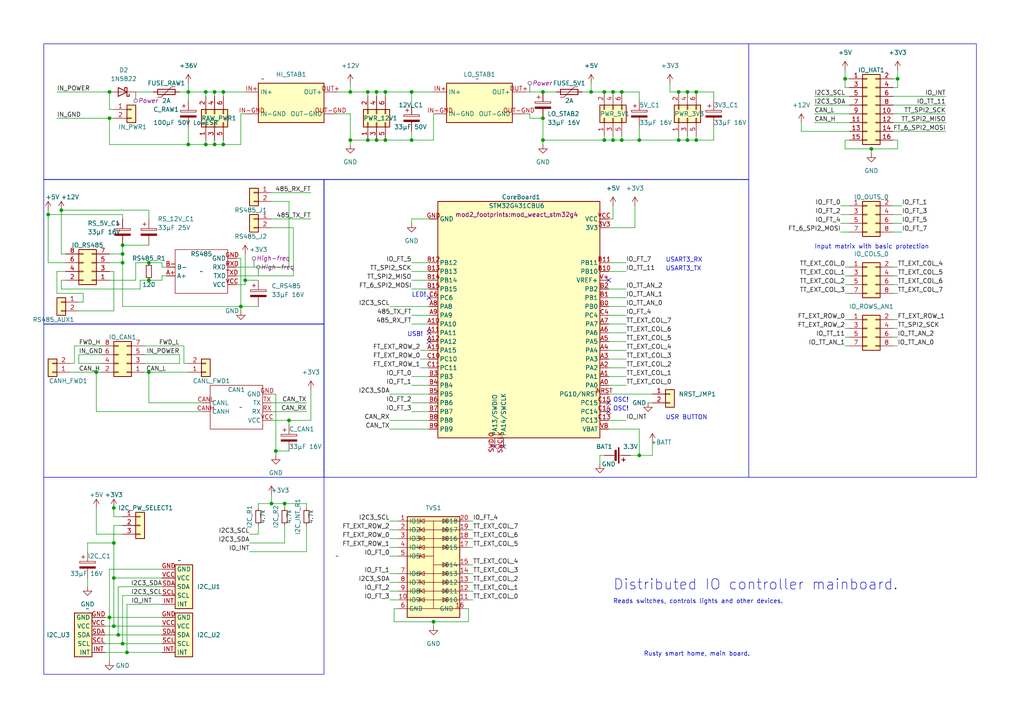
<source format=kicad_sch>
(kicad_sch (version 20230121) (generator eeschema)
  (paper "A4")
  (junction (at 78.74 146.05))
  (junction (at 83.82 121.92))
  (junction (at 245.11 22.86))
  (junction (at 177.8 40.64))
  (junction (at 33.02 157.48))
  (junction (at 34.29 184.15))
  (junction (at 33.02 147.32))
  (junction (at 199.39 26.67))
  (junction (at 201.93 40.64))
  (junction (at 180.34 26.67))
  (junction (at 43.18 76.2))
  (junction (at 17.78 60.96))
  (junction (at 35.56 76.2))
  (junction (at 80.01 130.81))
  (junction (at 119.38 40.64))
  (junction (at 43.18 107.95))
  (junction (at 252.73 43.18))
  (junction (at 157.48 34.29))
  (junction (at 59.69 41.91))
  (junction (at 33.02 181.61))
  (junction (at 35.56 71.12))
  (junction (at 111.76 40.64))
  (junction (at 175.26 26.67))
  (junction (at 171.45 26.67))
  (junction (at 199.39 40.64))
  (junction (at 109.22 26.67))
  (junction (at 36.83 189.23))
  (junction (at 196.85 40.64))
  (junction (at 35.56 73.66))
  (junction (at 64.77 26.67))
  (junction (at 111.76 26.67))
  (junction (at 13.97 62.23))
  (junction (at 125.73 180.34))
  (junction (at 175.26 40.64))
  (junction (at 54.61 26.67))
  (junction (at 106.68 26.67))
  (junction (at 27.94 107.95))
  (junction (at 177.8 26.67))
  (junction (at 101.6 26.67))
  (junction (at 71.12 81.28))
  (junction (at 82.55 146.05))
  (junction (at 157.48 40.64))
  (junction (at 69.85 88.9))
  (junction (at 31.75 34.29))
  (junction (at 106.68 40.64))
  (junction (at 196.85 26.67))
  (junction (at 157.48 26.67))
  (junction (at 31.75 179.07))
  (junction (at 180.34 40.64))
  (junction (at 43.18 81.28))
  (junction (at 260.35 22.86))
  (junction (at 185.42 132.08))
  (junction (at 101.6 40.64))
  (junction (at 54.61 41.91))
  (junction (at 31.75 26.67))
  (junction (at 185.42 40.64))
  (junction (at 64.77 41.91))
  (junction (at 59.69 26.67))
  (junction (at 109.22 40.64))
  (junction (at 201.93 26.67))
  (junction (at 33.02 167.64))
  (junction (at 62.23 41.91))
  (junction (at 62.23 26.67))
  (junction (at 35.56 186.69))
  (junction (at 119.38 26.67))
  (no_connect (at 176.53 116.84))
  (no_connect (at 124.46 86.36))
  (no_connect (at 143.51 129.54))
  (no_connect (at 176.53 119.38))
  (no_connect (at 124.46 96.52))
  (no_connect (at 124.46 99.06))
  (no_connect (at 146.05 129.54))
  (no_connect (at 176.53 81.28))
  (wire (pts (xy 259.08 40.64) (xy 260.35 40.64)))
  (wire (pts (xy 245.11 100.33) (xy 246.38 100.33)))
  (wire (pts (xy 176.53 93.98) (xy 181.61 93.98)))
  (wire (pts (xy 260.35 22.86) (xy 259.08 22.86)))
  (wire (pts (xy 17.78 60.96) (xy 17.78 73.66)))
  (wire (pts (xy 13.97 60.96) (xy 13.97 62.23)))
  (wire (pts (xy 113.03 171.45) (xy 115.57 171.45)))
  (wire (pts (xy 22.86 102.87) (xy 29.21 102.87)))
  (wire (pts (xy 259.08 100.33) (xy 260.35 100.33)))
  (wire (pts (xy 259.08 35.56) (xy 274.32 35.56)))
  (wire (pts (xy 54.61 26.67) (xy 59.69 26.67)))
  (wire (pts (xy 16.51 34.29) (xy 31.75 34.29)))
  (wire (pts (xy 35.56 152.4) (xy 33.02 152.4)))
  (wire (pts (xy 199.39 40.64) (xy 199.39 39.37)))
  (wire (pts (xy 182.88 132.08) (xy 185.42 132.08)))
  (wire (pts (xy 176.53 104.14) (xy 181.61 104.14)))
  (wire (pts (xy 157.48 41.91) (xy 157.48 40.64)))
  (wire (pts (xy 39.37 76.2) (xy 43.18 76.2)))
  (wire (pts (xy 119.38 30.48) (xy 119.38 26.67)))
  (wire (pts (xy 137.16 168.91) (xy 135.89 168.91)))
  (wire (pts (xy 113.03 114.3) (xy 124.46 114.3)))
  (wire (pts (xy 80.01 114.3) (xy 80.01 130.81)))
  (wire (pts (xy 80.01 130.81) (xy 83.82 130.81)))
  (wire (pts (xy 35.56 88.9) (xy 69.85 88.9)))
  (wire (pts (xy 33.02 34.29) (xy 31.75 34.29)))
  (wire (pts (xy 184.15 59.69) (xy 184.15 66.04)))
  (wire (pts (xy 113.03 153.67) (xy 115.57 153.67)))
  (wire (pts (xy 27.94 147.32) (xy 27.94 154.94)))
  (wire (pts (xy 17.78 83.82) (xy 17.78 81.28)))
  (wire (pts (xy 245.11 20.32) (xy 245.11 22.86)))
  (wire (pts (xy 54.61 105.41) (xy 53.34 105.41)))
  (wire (pts (xy 40.64 81.28) (xy 43.18 81.28)))
  (wire (pts (xy 260.35 43.18) (xy 252.73 43.18)))
  (wire (pts (xy 88.9 152.4) (xy 88.9 160.02)))
  (wire (pts (xy 13.97 62.23) (xy 35.56 62.23)))
  (wire (pts (xy 232.41 38.1) (xy 246.38 38.1)))
  (wire (pts (xy 27.94 119.38) (xy 58.42 119.38)))
  (wire (pts (xy 119.38 26.67) (xy 111.76 26.67)))
  (wire (pts (xy 125.73 33.02) (xy 125.73 40.64)))
  (wire (pts (xy 176.53 83.82) (xy 181.61 83.82)))
  (wire (pts (xy 78.74 66.04) (xy 85.09 66.04)))
  (wire (pts (xy 109.22 40.64) (xy 111.76 40.64)))
  (wire (pts (xy 176.53 99.06) (xy 181.61 99.06)))
  (wire (pts (xy 54.61 26.67) (xy 54.61 29.21)))
  (wire (pts (xy 246.38 40.64) (xy 245.11 40.64)))
  (wire (pts (xy 31.75 165.1) (xy 31.75 179.07)))
  (wire (pts (xy 176.53 111.76) (xy 181.61 111.76)))
  (wire (pts (xy 69.85 74.93) (xy 69.85 88.9)))
  (wire (pts (xy 246.38 77.47) (xy 245.11 77.47)))
  (wire (pts (xy 180.34 26.67) (xy 185.42 26.67)))
  (wire (pts (xy 62.23 40.64) (xy 62.23 41.91)))
  (wire (pts (xy 40.64 83.82) (xy 17.78 83.82)))
  (wire (pts (xy 259.08 64.77) (xy 261.62 64.77)))
  (wire (pts (xy 185.42 40.64) (xy 185.42 36.83)))
  (wire (pts (xy 43.18 81.28) (xy 46.99 81.28)))
  (wire (pts (xy 31.75 179.07) (xy 46.99 179.07)))
  (wire (pts (xy 177.8 63.5) (xy 176.53 63.5)))
  (wire (pts (xy 260.35 40.64) (xy 260.35 43.18)))
  (wire (pts (xy 157.48 40.64) (xy 157.48 34.29)))
  (wire (pts (xy 82.55 146.05) (xy 78.74 146.05)))
  (wire (pts (xy 113.03 151.13) (xy 115.57 151.13)))
  (wire (pts (xy 78.74 119.38) (xy 88.9 119.38)))
  (wire (pts (xy 236.22 27.94) (xy 246.38 27.94)))
  (wire (pts (xy 245.11 43.18) (xy 252.73 43.18)))
  (wire (pts (xy 176.53 91.44) (xy 181.61 91.44)))
  (wire (pts (xy 59.69 40.64) (xy 59.69 41.91)))
  (wire (pts (xy 201.93 40.64) (xy 201.93 39.37)))
  (wire (pts (xy 69.85 88.9) (xy 74.93 88.9)))
  (wire (pts (xy 189.23 132.08) (xy 189.23 128.27)))
  (wire (pts (xy 54.61 36.83) (xy 54.61 41.91)))
  (wire (pts (xy 33.02 167.64) (xy 46.99 167.64)))
  (wire (pts (xy 33.02 147.32) (xy 33.02 149.86)))
  (wire (pts (xy 21.59 105.41) (xy 20.32 105.41)))
  (wire (pts (xy 176.53 101.6) (xy 181.61 101.6)))
  (wire (pts (xy 246.38 25.4) (xy 245.11 25.4)))
  (wire (pts (xy 62.23 41.91) (xy 59.69 41.91)))
  (wire (pts (xy 176.53 114.3) (xy 189.23 114.3)))
  (wire (pts (xy 78.74 55.88) (xy 90.17 55.88)))
  (wire (pts (xy 82.55 157.48) (xy 72.39 157.48)))
  (wire (pts (xy 31.75 26.67) (xy 31.75 31.75)))
  (wire (pts (xy 30.48 184.15) (xy 34.29 184.15)))
  (wire (pts (xy 78.74 121.92) (xy 83.82 121.92)))
  (wire (pts (xy 19.05 78.74) (xy 16.51 78.74)))
  (wire (pts (xy 74.93 147.32) (xy 74.93 146.05)))
  (wire (pts (xy 101.6 26.67) (xy 106.68 26.67)))
  (wire (pts (xy 35.56 71.12) (xy 43.18 71.12)))
  (wire (pts (xy 137.16 163.83) (xy 135.89 163.83)))
  (wire (pts (xy 53.34 100.33) (xy 53.34 105.41)))
  (wire (pts (xy 72.39 160.02) (xy 88.9 160.02)))
  (wire (pts (xy 83.82 121.92) (xy 83.82 123.19)))
  (wire (pts (xy 194.31 24.13) (xy 194.31 26.67)))
  (wire (pts (xy 177.8 26.67) (xy 180.34 26.67)))
  (wire (pts (xy 83.82 121.92) (xy 90.17 121.92)))
  (wire (pts (xy 114.3 180.34) (xy 125.73 180.34)))
  (wire (pts (xy 135.89 153.67) (xy 137.16 153.67)))
  (wire (pts (xy 30.48 186.69) (xy 35.56 186.69)))
  (wire (pts (xy 74.93 146.05) (xy 78.74 146.05)))
  (wire (pts (xy 236.22 35.56) (xy 246.38 35.56)))
  (wire (pts (xy 113.03 173.99) (xy 115.57 173.99)))
  (wire (pts (xy 46.99 81.28) (xy 46.99 80.01)))
  (wire (pts (xy 259.08 82.55) (xy 260.35 82.55)))
  (wire (pts (xy 31.75 179.07) (xy 31.75 191.77)))
  (wire (pts (xy 82.55 152.4) (xy 82.55 157.48)))
  (wire (pts (xy 59.69 26.67) (xy 59.69 27.94)))
  (wire (pts (xy 119.38 63.5) (xy 119.38 64.77)))
  (wire (pts (xy 24.13 85.09) (xy 24.13 87.63)))
  (wire (pts (xy 21.59 100.33) (xy 29.21 100.33)))
  (wire (pts (xy 185.42 132.08) (xy 189.23 132.08)))
  (wire (pts (xy 153.67 34.29) (xy 153.67 33.02)))
  (wire (pts (xy 184.15 66.04) (xy 176.53 66.04)))
  (wire (pts (xy 17.78 81.28) (xy 19.05 81.28)))
  (wire (pts (xy 259.08 85.09) (xy 260.35 85.09)))
  (wire (pts (xy 245.11 92.71) (xy 246.38 92.71)))
  (wire (pts (xy 97.79 26.67) (xy 101.6 26.67)))
  (wire (pts (xy 35.56 73.66) (xy 35.56 76.2)))
  (wire (pts (xy 121.92 104.14) (xy 124.46 104.14)))
  (wire (pts (xy 137.16 173.99) (xy 135.89 173.99)))
  (wire (pts (xy 31.75 73.66) (xy 35.56 73.66)))
  (wire (pts (xy 245.11 25.4) (xy 245.11 22.86)))
  (wire (pts (xy 207.01 40.64) (xy 207.01 36.83)))
  (wire (pts (xy 119.38 40.64) (xy 125.73 40.64)))
  (wire (pts (xy 39.37 26.67) (xy 44.45 26.67)))
  (wire (pts (xy 243.84 67.31) (xy 246.38 67.31)))
  (wire (pts (xy 260.35 22.86) (xy 260.35 20.32)))
  (wire (pts (xy 119.38 76.2) (xy 124.46 76.2)))
  (wire (pts (xy 177.8 40.64) (xy 177.8 39.37)))
  (wire (pts (xy 259.08 33.02) (xy 274.32 33.02)))
  (wire (pts (xy 113.03 124.46) (xy 124.46 124.46)))
  (wire (pts (xy 36.83 175.26) (xy 46.99 175.26)))
  (wire (pts (xy 78.74 63.5) (xy 90.17 63.5)))
  (wire (pts (xy 33.02 78.74) (xy 33.02 90.17)))
  (wire (pts (xy 52.07 102.87) (xy 41.91 102.87)))
  (wire (pts (xy 43.18 107.95) (xy 54.61 107.95)))
  (wire (pts (xy 245.11 97.79) (xy 246.38 97.79)))
  (wire (pts (xy 259.08 38.1) (xy 274.32 38.1)))
  (wire (pts (xy 16.51 26.67) (xy 31.75 26.67)))
  (wire (pts (xy 53.34 100.33) (xy 41.91 100.33)))
  (wire (pts (xy 35.56 71.12) (xy 35.56 73.66)))
  (wire (pts (xy 46.99 165.1) (xy 31.75 165.1)))
  (wire (pts (xy 119.38 109.22) (xy 124.46 109.22)))
  (wire (pts (xy 115.57 176.53) (xy 114.3 176.53)))
  (wire (pts (xy 243.84 59.69) (xy 246.38 59.69)))
  (wire (pts (xy 176.53 121.92) (xy 181.61 121.92)))
  (wire (pts (xy 31.75 81.28) (xy 39.37 81.28)))
  (wire (pts (xy 113.03 161.29) (xy 115.57 161.29)))
  (wire (pts (xy 119.38 83.82) (xy 124.46 83.82)))
  (wire (pts (xy 152.4 33.02) (xy 153.67 33.02)))
  (wire (pts (xy 113.03 168.91) (xy 115.57 168.91)))
  (wire (pts (xy 78.74 143.51) (xy 78.74 146.05)))
  (wire (pts (xy 168.91 26.67) (xy 171.45 26.67)))
  (wire (pts (xy 259.08 25.4) (xy 260.35 25.4)))
  (wire (pts (xy 189.23 116.84) (xy 187.96 116.84)))
  (wire (pts (xy 175.26 40.64) (xy 175.26 39.37)))
  (wire (pts (xy 177.8 40.64) (xy 180.34 40.64)))
  (wire (pts (xy 259.08 30.48) (xy 274.32 30.48)))
  (wire (pts (xy 125.73 181.61) (xy 125.73 180.34)))
  (wire (pts (xy 124.46 63.5) (xy 119.38 63.5)))
  (wire (pts (xy 68.58 74.93) (xy 69.85 74.93)))
  (wire (pts (xy 64.77 41.91) (xy 69.85 41.91)))
  (wire (pts (xy 46.99 77.47) (xy 46.99 76.2)))
  (wire (pts (xy 106.68 26.67) (xy 106.68 27.94)))
  (wire (pts (xy 135.89 180.34) (xy 135.89 176.53)))
  (wire (pts (xy 71.12 33.02) (xy 69.85 33.02)))
  (wire (pts (xy 259.08 59.69) (xy 261.62 59.69)))
  (wire (pts (xy 30.48 179.07) (xy 31.75 179.07)))
  (wire (pts (xy 199.39 40.64) (xy 201.93 40.64)))
  (wire (pts (xy 175.26 40.64) (xy 177.8 40.64)))
  (wire (pts (xy 114.3 176.53) (xy 114.3 180.34)))
  (wire (pts (xy 246.38 82.55) (xy 245.11 82.55)))
  (wire (pts (xy 196.85 26.67) (xy 199.39 26.67)))
  (wire (pts (xy 175.26 26.67) (xy 177.8 26.67)))
  (wire (pts (xy 106.68 40.64) (xy 109.22 40.64)))
  (wire (pts (xy 236.22 30.48) (xy 246.38 30.48)))
  (wire (pts (xy 245.11 40.64) (xy 245.11 43.18)))
  (wire (pts (xy 20.32 107.95) (xy 27.94 107.95)))
  (wire (pts (xy 113.03 88.9) (xy 124.46 88.9)))
  (wire (pts (xy 171.45 26.67) (xy 171.45 24.13)))
  (wire (pts (xy 121.92 101.6) (xy 124.46 101.6)))
  (wire (pts (xy 16.51 78.74) (xy 16.51 85.09)))
  (wire (pts (xy 62.23 26.67) (xy 64.77 26.67)))
  (wire (pts (xy 177.8 59.69) (xy 177.8 63.5)))
  (wire (pts (xy 119.38 116.84) (xy 124.46 116.84)))
  (wire (pts (xy 54.61 24.13) (xy 54.61 26.67)))
  (wire (pts (xy 64.77 26.67) (xy 71.12 26.67)))
  (wire (pts (xy 59.69 26.67) (xy 62.23 26.67)))
  (wire (pts (xy 109.22 27.94) (xy 109.22 26.67)))
  (wire (pts (xy 43.18 116.84) (xy 58.42 116.84)))
  (wire (pts (xy 54.61 41.91) (xy 59.69 41.91)))
  (wire (pts (xy 201.93 40.64) (xy 207.01 40.64)))
  (wire (pts (xy 113.03 156.21) (xy 115.57 156.21)))
  (wire (pts (xy 27.94 107.95) (xy 27.94 119.38)))
  (wire (pts (xy 207.01 26.67) (xy 207.01 29.21)))
  (wire (pts (xy 30.48 189.23) (xy 36.83 189.23)))
  (wire (pts (xy 176.53 76.2) (xy 181.61 76.2)))
  (wire (pts (xy 43.18 107.95) (xy 41.91 107.95)))
  (wire (pts (xy 71.12 82.55) (xy 71.12 81.28)))
  (wire (pts (xy 157.48 26.67) (xy 161.29 26.67)))
  (wire (pts (xy 52.07 105.41) (xy 52.07 102.87)))
  (wire (pts (xy 245.11 95.25) (xy 246.38 95.25)))
  (wire (pts (xy 252.73 43.18) (xy 252.73 44.45)))
  (wire (pts (xy 101.6 33.02) (xy 101.6 40.64)))
  (wire (pts (xy 17.78 73.66) (xy 19.05 73.66)))
  (wire (pts (xy 25.4 157.48) (xy 25.4 160.02)))
  (wire (pts (xy 173.99 132.08) (xy 173.99 134.62)))
  (wire (pts (xy 27.94 154.94) (xy 35.56 154.94)))
  (wire (pts (xy 135.89 176.53) (xy 134.62 176.53)))
  (wire (pts (xy 33.02 149.86) (xy 35.56 149.86)))
  (wire (pts (xy 21.59 105.41) (xy 21.59 100.33)))
  (wire (pts (xy 201.93 26.67) (xy 207.01 26.67)))
  (wire (pts (xy 43.18 116.84) (xy 43.18 107.95)))
  (wire (pts (xy 152.4 26.67) (xy 157.48 26.67)))
  (wire (pts (xy 35.56 172.72) (xy 46.99 172.72)))
  (wire (pts (xy 31.75 78.74) (xy 33.02 78.74)))
  (wire (pts (xy 232.41 35.56) (xy 232.41 38.1)))
  (wire (pts (xy 176.53 86.36) (xy 181.61 86.36)))
  (wire (pts (xy 13.97 76.2) (xy 19.05 76.2)))
  (wire (pts (xy 236.22 33.02) (xy 246.38 33.02)))
  (wire (pts (xy 39.37 81.28) (xy 39.37 76.2)))
  (wire (pts (xy 31.75 41.91) (xy 54.61 41.91)))
  (wire (pts (xy 34.29 170.18) (xy 34.29 184.15)))
  (wire (pts (xy 157.48 40.64) (xy 175.26 40.64)))
  (wire (pts (xy 260.35 25.4) (xy 260.35 22.86)))
  (wire (pts (xy 180.34 40.64) (xy 180.34 39.37)))
  (wire (pts (xy 196.85 40.64) (xy 199.39 40.64)))
  (wire (pts (xy 35.56 186.69) (xy 46.99 186.69)))
  (wire (pts (xy 25.4 170.18) (xy 25.4 167.64)))
  (wire (pts (xy 52.07 26.67) (xy 54.61 26.67)))
  (wire (pts (xy 101.6 24.13) (xy 101.6 26.67)))
  (wire (pts (xy 22.86 105.41) (xy 22.86 102.87)))
  (wire (pts (xy 194.31 26.67) (xy 196.85 26.67)))
  (wire (pts (xy 135.89 156.21) (xy 137.16 156.21)))
  (wire (pts (xy 74.93 154.94) (xy 74.93 152.4)))
  (wire (pts (xy 64.77 26.67) (xy 64.77 27.94)))
  (wire (pts (xy 113.03 166.37) (xy 115.57 166.37)))
  (wire (pts (xy 13.97 62.23) (xy 13.97 76.2)))
  (wire (pts (xy 30.48 181.61) (xy 33.02 181.61)))
  (wire (pts (xy 68.58 80.01) (xy 85.09 80.01)))
  (wire (pts (xy 196.85 40.64) (xy 196.85 39.37)))
  (wire (pts (xy 88.9 147.32) (xy 88.9 146.05)))
  (wire (pts (xy 119.38 78.74) (xy 124.46 78.74)))
  (wire (pts (xy 82.55 147.32) (xy 82.55 146.05)))
  (wire (pts (xy 43.18 76.2) (xy 46.99 76.2)))
  (wire (pts (xy 176.53 88.9) (xy 181.61 88.9)))
  (wire (pts (xy 199.39 26.67) (xy 201.93 26.67)))
  (wire (pts (xy 31.75 34.29) (xy 31.75 41.91)))
  (wire (pts (xy 176.53 106.68) (xy 181.61 106.68)))
  (wire (pts (xy 33.02 181.61) (xy 46.99 181.61)))
  (wire (pts (xy 119.38 26.67) (xy 125.73 26.67)))
  (wire (pts (xy 90.17 113.03) (xy 90.17 121.92)))
  (wire (pts (xy 78.74 114.3) (xy 80.01 114.3)))
  (wire (pts (xy 185.42 124.46) (xy 185.42 132.08)))
  (wire (pts (xy 34.29 170.18) (xy 46.99 170.18)))
  (wire (pts (xy 35.56 76.2) (xy 35.56 88.9)))
  (wire (pts (xy 71.12 81.28) (xy 71.12 73.66)))
  (wire (pts (xy 137.16 166.37) (xy 135.89 166.37)))
  (wire (pts (xy 243.84 64.77) (xy 246.38 64.77)))
  (wire (pts (xy 29.21 105.41) (xy 22.86 105.41)))
  (wire (pts (xy 22.86 90.17) (xy 33.02 90.17)))
  (wire (pts (xy 64.77 41.91) (xy 62.23 41.91)))
  (wire (pts (xy 16.51 85.09) (xy 24.13 85.09)))
  (wire (pts (xy 62.23 26.67) (xy 62.23 27.94)))
  (wire (pts (xy 33.02 152.4) (xy 33.02 157.48)))
  (wire (pts (xy 119.38 93.98) (xy 124.46 93.98)))
  (wire (pts (xy 243.84 62.23) (xy 246.38 62.23)))
  (wire (pts (xy 175.26 132.08) (xy 173.99 132.08)))
  (wire (pts (xy 119.38 119.38) (xy 124.46 119.38)))
  (wire (pts (xy 43.18 63.5) (xy 43.18 60.96)))
  (wire (pts (xy 111.76 27.94) (xy 111.76 26.67)))
  (wire (pts (xy 109.22 26.67) (xy 106.68 26.67)))
  (wire (pts (xy 36.83 189.23) (xy 46.99 189.23)))
  (wire (pts (xy 69.85 33.02) (xy 69.85 41.91)))
  (wire (pts (xy 259.08 80.01) (xy 260.35 80.01)))
  (wire (pts (xy 25.4 157.48) (xy 33.02 157.48)))
  (wire (pts (xy 259.08 77.47) (xy 260.35 77.47)))
  (wire (pts (xy 101.6 41.91) (xy 101.6 40.64)))
  (wire (pts (xy 176.53 124.46) (xy 185.42 124.46)))
  (wire (pts (xy 111.76 40.64) (xy 119.38 40.64)))
  (wire (pts (xy 113.03 158.75) (xy 115.57 158.75)))
  (wire (pts (xy 259.08 92.71) (xy 260.35 92.71)))
  (wire (pts (xy 259.08 27.94) (xy 274.32 27.94)))
  (wire (pts (xy 31.75 31.75) (xy 33.02 31.75)))
  (wire (pts (xy 245.11 22.86) (xy 246.38 22.86)))
  (wire (pts (xy 113.03 121.92) (xy 124.46 121.92)))
  (wire (pts (xy 135.89 158.75) (xy 137.16 158.75)))
  (wire (pts (xy 246.38 85.09) (xy 245.11 85.09)))
  (wire (pts (xy 33.02 157.48) (xy 33.02 167.64)))
  (wire (pts (xy 36.83 189.23) (xy 36.83 175.26)))
  (wire (pts (xy 119.38 91.44) (xy 124.46 91.44)))
  (wire (pts (xy 33.02 146.05) (xy 33.02 147.32)))
  (wire (pts (xy 80.01 130.81) (xy 80.01 132.08)))
  (wire (pts (xy 33.02 167.64) (xy 33.02 181.61)))
  (wire (pts (xy 35.56 63.5) (xy 35.56 62.23)))
  (wire (pts (xy 109.22 26.67) (xy 111.76 26.67)))
  (wire (pts (xy 259.08 62.23) (xy 261.62 62.23)))
  (wire (pts (xy 119.38 111.76) (xy 124.46 111.76)))
  (wire (pts (xy 176.53 96.52) (xy 181.61 96.52)))
  (wire (pts (xy 137.16 171.45) (xy 135.89 171.45)))
  (wire (pts (xy 41.91 105.41) (xy 52.07 105.41)))
  (wire (pts (xy 171.45 26.67) (xy 175.26 26.67)))
  (wire (pts (xy 101.6 40.64) (xy 106.68 40.64)))
  (wire (pts (xy 69.85 88.9) (xy 69.85 90.17)))
  (wire (pts (xy 35.56 172.72) (xy 35.56 186.69)))
  (wire (pts (xy 24.13 87.63) (xy 22.86 87.63)))
  (wire (pts (xy 85.09 66.04) (xy 85.09 80.01)))
  (wire (pts (xy 68.58 82.55) (xy 71.12 82.55)))
  (wire (pts (xy 64.77 40.64) (xy 64.77 41.91)))
  (wire (pts (xy 259.08 95.25) (xy 260.35 95.25)))
  (wire (pts (xy 135.89 151.13) (xy 137.16 151.13)))
  (wire (pts (xy 259.08 97.79) (xy 260.35 97.79)))
  (wire (pts (xy 180.34 40.64) (xy 185.42 40.64)))
  (wire (pts (xy 97.79 33.02) (xy 101.6 33.02)))
  (wire (pts (xy 176.53 78.74) (xy 181.61 78.74)))
  (wire (pts (xy 121.92 106.68) (xy 124.46 106.68)))
  (wire (pts (xy 261.62 67.31) (xy 259.08 67.31)))
  (wire (pts (xy 46.99 80.01) (xy 48.26 80.01)))
  (wire (pts (xy 82.55 146.05) (xy 88.9 146.05)))
  (wire (pts (xy 27.94 107.95) (xy 29.21 107.95)))
  (wire (pts (xy 43.18 60.96) (xy 17.78 60.96)))
  (wire (pts (xy 74.93 154.94) (xy 72.39 154.94)))
  (wire (pts (xy 40.64 81.28) (xy 40.64 83.82)))
  (wire (pts (xy 185.42 26.67) (xy 185.42 29.21)))
  (wire (pts (xy 176.53 109.22) (xy 181.61 109.22)))
  (wire (pts (xy 78.74 58.42) (xy 83.82 58.42)))
  (wire (pts (xy 34.29 184.15) (xy 46.99 184.15)))
  (wire (pts (xy 157.48 34.29) (xy 153.67 34.29)))
  (wire (pts (xy 71.12 81.28) (xy 74.93 81.28)))
  (wire (pts (xy 83.82 58.42) (xy 83.82 77.47)))
  (wire (pts (xy 78.74 116.84) (xy 88.9 116.84)))
  (wire (pts (xy 185.42 40.64) (xy 196.85 40.64)))
  (wire (pts (xy 125.73 180.34) (xy 135.89 180.34)))
  (wire (pts (xy 68.58 77.47) (xy 83.82 77.47)))
  (wire (pts (xy 48.26 77.47) (xy 46.99 77.47)))
  (wire (pts (xy 31.75 76.2) (xy 35.56 76.2)))
  (wire (pts (xy 119.38 81.28) (xy 124.46 81.28)))
  (wire (pts (xy 246.38 80.01) (xy 245.11 80.01)))
  (wire (pts (xy 119.38 38.1) (xy 119.38 40.64)))
  (rectangle (start 12.7 52.07) (end 93.98 93.98))
  (rectangle (start 12.7 93.98) (end 93.98 138.43))
  (rectangle (start 93.98 52.07) (end 217.17 138.43))
  (rectangle (start 217.17 12.7) (end 283.21 138.43))
  (rectangle (start 12.7 138.43) (end 93.98 195.58))
  (rectangle (start 12.7 12.7) (end 217.17 52.07))
  (text "USR BUTTON" (at 193.04 121.92 0) (effects (font (size 1.27 1.27)) (justify left bottom)))
  (text "Rusty smart home, main board." (at 186.69 190.5 0) (effects (font (size 1.27 1.27)) (justify left bottom)))
  (text "LED!" (at 119.38 86.36 0) (effects (font (size 1.27 1.27)) (justify left bottom)))
  (text "- CAN / RS485 cables on board suggest pair-by-pair setting. Not T-568B\n- Board could be powered by USB (weact board has a vbus->vcc diode). \n  Also connecting USB while board is powered externally should not break anything.\n- Keep empty space over the screws to allow for a HAT or another layer.\n  50x100 fits the SSR relay board too.\n- CAN Forwarding jumpers allow to construct a linear bus in situations where \n  there's otherwise a big stub." (at -97.79 44.45 0) (effects (font (size 1.27 1.27)) (justify left bottom)))
  (text "Reads switches, controls lights and other devices." (at 177.8 175.26 0) (effects (font (size 1.27 1.27)) (justify left bottom)))
  (text "USB!" (at 118.11 97.79 0) (effects (font (size 1.27 1.27)) (justify left bottom)))
  (text "Power considerations:\n- 2A/5V waveshare -> 10W probably less.\n- relay array from ali: SRD-12VDC-SL-C x 8; 30mA single -> 0.24A @ 12V -> 2.88W\n- Rest of board: 0.5A @ 5V more less -> 2.5W\n- 10W control + 5W board & losses -> 15W\n- 15W -> 0.5A @30V, 0.65A @24V, 1.25A @12V, 3A @5V\n- 30m cable (top), cat6 24 awg, 84ohms/km -> 2.52 ohms -> 5.1 ohms for both cables.\n- Voltage drop = 2.55V @30V, 3.32V @24V, 6.37V @12V, 15V @5V... " (at -97.79 64.77 0) (effects (font (size 1.27 1.27)) (justify left bottom)))
  (text "OSC!" (at 177.8 116.84 0) (effects (font (size 1.27 1.27)) (justify left bottom)))
  (text "OSC!" (at 177.8 119.38 0) (effects (font (size 1.27 1.27)) (justify left bottom)))
  (text "Distributed IO controller mainboard." (at 177.8 171.45 0) (effects (font (size 3 3)) (justify left bottom)))
  (text "Design notes:\n- Internal pull-ups/downs are around 40kOhm which can get noisy on a long line.\n- FT - 5V-Tolerant; TT - 3.3V-tolerant." (at -97.79 74.93 0) (effects (font (size 1.27 1.27)) (justify left bottom)))
  (text "Input matrix with basic protection" (at 236.22 72.39 0) (effects (font (size 1.27 1.27)) (justify left bottom)))
  (text "USART3_RX" (at 193.04 76.2 0) (effects (font (size 1.27 1.27)) (justify left bottom)))
  (text "USART3_TX" (at 193.04 78.74 0) (effects (font (size 1.27 1.27)) (justify left bottom)))
  (label "IN_POWER" (at 16.51 26.67 0))
  (label "TT_EXT_COL_3" (at 245.11 85.09 180))
  (label "TT_SPI2_MISO" (at 274.32 35.56 180))
  (label "I2C3_SDA" (at 236.22 30.48 0))
  (label "TT_EXT_COL_6" (at 260.35 82.55 0))
  (label "IO_TT_AN_2" (at 260.35 97.79 0))
  (label "FT_EXT_ROW_0" (at 121.92 104.14 180))
  (label "FT_EXT_ROW_1" (at 121.92 106.68 180))
  (label "TT_EXT_COL_5" (at 260.35 80.01 0))
  (label "IO_TT_AN_0" (at 181.61 88.9 0))
  (label "TT_EXT_COL_2" (at 245.11 82.55 180))
  (label "TT_SPI2_SCK" (at 260.35 95.25 0))
  (label "TT_EXT_COL_5" (at 137.16 158.75 0))
  (label "FT_6_SPI2_MOSI" (at 119.38 83.82 180))
  (label "485_TX_FT" (at 119.38 91.44 180))
  (label "IO_TT_11" (at 274.32 30.48 180))
  (label "TT_EXT_COL_1" (at 245.11 80.01 180))
  (label "FT_EXT_ROW_1" (at 260.35 92.71 0))
  (label "TT_EXT_COL_2" (at 137.16 168.91 0))
  (label "IO_FT_5" (at 119.38 76.2 180))
  (label "IO_FT_0" (at 119.38 109.22 180))
  (label "TT_SPI2_SCK" (at 119.38 78.74 180))
  (label "TT_EXT_COL_4" (at 260.35 77.47 0))
  (label "FT_EXT_ROW_0" (at 113.03 156.21 180))
  (label "CAN_TX" (at 88.9 116.84 180))
  (label "IO_INT" (at 274.32 27.94 180))
  (label "FWD_H" (at 22.86 100.33 0))
  (label "CAN_H" (at 22.86 107.95 0))
  (label "IO_FT_1" (at 261.62 59.69 0))
  (label "FWD_L" (at 52.07 100.33 180))
  (label "IO_FT_7" (at 261.62 67.31 0))
  (label "IO_FT_3" (at 261.62 62.23 0))
  (label "IO_TT_AN_1" (at 245.11 100.33 180))
  (label "IO_FT_1" (at 113.03 166.37 180))
  (label "IO_FT_7" (at 181.61 76.2 0))
  (label "TT_EXT_COL_4" (at 137.16 163.83 0))
  (label "FT_EXT_ROW_0" (at 245.11 92.71 180))
  (label "TT_EXT_COL_1" (at 137.16 171.45 0))
  (label "I2C3_SCL" (at 113.03 151.13 180))
  (label "FT_6_SPI2_MOSI" (at 243.84 67.31 180))
  (label "I2C3_SDA" (at 113.03 168.91 180))
  (label "TT_EXT_COL_7" (at 137.16 153.67 0))
  (label "FT_6_SPI2_MOSI" (at 274.32 38.1 180))
  (label "FT_EXT_ROW_2" (at 245.11 95.25 180))
  (label "I2C3_SCL" (at 236.22 27.94 0))
  (label "TT_EXT_COL_6" (at 137.16 156.21 0))
  (label "FT_EXT_ROW_2" (at 121.92 101.6 180))
  (label "TT_EXT_COL_6" (at 181.61 96.52 0))
  (label "CAN_RX" (at 113.03 121.92 180))
  (label "CAN_H" (at 236.22 35.56 0))
  (label "IN_POWER" (at 52.07 102.87 180))
  (label "IO_FT_4" (at 137.16 151.13 0))
  (label "CAN_L" (at 236.22 33.02 0))
  (label "IO_FT_2" (at 113.03 171.45 180))
  (label "TT_SPI2_MISO" (at 119.38 81.28 180))
  (label "485_RX_FT" (at 90.17 55.88 180))
  (label "TT_EXT_COL_3" (at 181.61 104.14 0))
  (label "IO_FT_1" (at 119.38 111.76 180))
  (label "IO_FT_2" (at 243.84 62.23 180))
  (label "TT_EXT_COL_1" (at 181.61 109.22 0))
  (label "IO_FT_3" (at 119.38 119.38 180))
  (label "I2C3_SCL" (at 46.99 172.72 180))
  (label "IO_INT" (at 72.39 160.02 180))
  (label "I2C3_SDA" (at 46.99 170.18 180))
  (label "IO_TT_AN_0" (at 260.35 100.33 0))
  (label "TT_EXT_COL_0" (at 245.11 77.47 180))
  (label "IN_GND" (at 22.86 102.87 0))
  (label "IO_TT_11" (at 245.11 97.79 180))
  (label "TT_EXT_COL_4" (at 181.61 101.6 0))
  (label "TT_EXT_COL_2" (at 181.61 106.68 0))
  (label "IO_FT_3" (at 113.03 173.99 180))
  (label "CAN_TX" (at 113.03 124.46 180))
  (label "IO_INT" (at 38.1 175.26 0))
  (label "I2C3_SDA" (at 113.03 114.3 180))
  (label "IO_TT_11" (at 181.61 78.74 0))
  (label "TT_EXT_COL_0" (at 137.16 173.99 0))
  (label "IO_FT_0" (at 113.03 161.29 180))
  (label "FT_EXT_ROW_2" (at 113.03 153.67 180))
  (label "TT_SPI2_SCK" (at 274.32 33.02 180))
  (label "TT_EXT_COL_7" (at 181.61 93.98 0))
  (label "CAN_L" (at 48.26 107.95 180))
  (label "IN_GND" (at 16.51 34.29 0))
  (label "TT_EXT_COL_5" (at 181.61 99.06 0))
  (label "CAN_RX" (at 88.9 119.38 180))
  (label "IO_TT_AN_1" (at 181.61 86.36 0))
  (label "IO_FT_0" (at 243.84 59.69 180))
  (label "485_RX_FT" (at 119.38 93.98 180))
  (label "I2C3_SDA" (at 72.39 157.48 180))
  (label "IO_FT_4" (at 181.61 91.44 0))
  (label "TT_EXT_COL_7" (at 260.35 85.09 0))
  (label "I2C3_SCL" (at 113.03 88.9 180))
  (label "IO_INT" (at 181.61 121.92 0))
  (label "I2C3_SCL" (at 72.39 154.94 180))
  (label "TT_EXT_COL_3" (at 137.16 166.37 0))
  (label "TT_EXT_COL_0" (at 181.61 111.76 0))
  (label "IO_FT_5" (at 261.62 64.77 0))
  (label "IO_FT_4" (at 243.84 64.77 180))
  (label "IO_FT_2" (at 119.38 116.84 180))
  (label "485_TX_FT" (at 90.17 63.5 180))
  (label "IO_TT_AN_2" (at 181.61 83.82 0))
  (label "FT_EXT_ROW_1" (at 113.03 158.75 180))
  (netclass_flag "" (length 2.54) (shape round) (at 73.66 77.47 0) (property "Netclass" "High-freq" (at 74.3585 74.93 0) (effects (font italic) (justify left))))
  (netclass_flag "" (length 2.54) (shape round) (at 153.67 26.67 0) (property "Netclass" "Power" (at 154.3685 24.13 0) (effects (font italic) (justify left))))
  (netclass_flag "" (length 2.54) (shape round) (at 39.37 26.67 180) (property "Netclass" "Power" (at 40.0685 29.21 0) (effects (font italic) (justify left))))
  (netclass_flag "" (length 2.54) (shape round) (at 74.93 80.01 0) (property "Netclass" "High-freq" (at 75.6285 77.47 0) (effects (font italic) (justify left))))
  (symbol (lib_id "power:+5V") (at 245.11 20.32 0) (unit 1)
    (property "Reference" "#PWR027" (effects hide))
    (property "Value" "+5V" (at 245.11 15.24 0))
  )
  (symbol (lib_id "power:GND") (at 125.73 181.61 0) (unit 1)
    (property "Reference" "#PWR04" (effects hide))
    (property "Value" "GND" (at 125.73 186.69 0))
  )
  (symbol (lib_id "power:+3V3") (at 184.15 59.69 0) (unit 1)
    (property "Reference" "#PWR06" (effects hide))
    (property "Value" "+3V3" (at 184.15 54.61 0))
  )
  (symbol (lib_id "Device:Polyfuse") (at 48.26 26.67 90) (unit 1)
    (property "Reference" "FUSE_RAW1" (at 48.26 24.13 90))
    (property "Value" "2A" (at 48.26 29.21 90))
    (property "Footprint" "Fuse:Fuse_BelFuse_0ZRE0016FF_L9.9mm_W3.8mm" (effects hide))
  )
  (symbol (lib_id "mod2_symbols:mod_pcf8575_16bit_vertical") (at 25.4 176.53 0) (mirror y) (unit 1)
    (property "Reference" "I2C_U3" (at 20.32 184.15 0) (effects (justify left)))
    (property "Value" "~" (at 25.4 176.53 0))
    (property "Footprint" "mod2_footprints:mod_pcf8575_16bit_vertical" (effects hide))
  )
  (symbol (lib_id "Connector_Generic:Conn_01x02") (at 17.78 87.63 0) (mirror y) (unit 1)
    (property "Reference" "RS485_AUX1" (at 21.59 92.71 0) (effects (justify left)))
    (property "Value" "Conn_01x02" (effects hide))
    (property "Footprint" "Connector_PinHeader_2.54mm:PinHeader_1x02_P2.54mm_Vertical" (effects hide))
  )
  (symbol (lib_id "power:+5V") (at 27.94 147.32 0) (unit 1)
    (property "Reference" "#PWR05" (effects hide))
    (property "Value" "+5V" (at 27.94 143.51 0))
  )
  (symbol (lib_id "Connector_Generic:Conn_02x03_Odd_Even") (at 177.8 34.29 90) (unit 1)
    (property "Reference" "PWR_5V1" (at 173.99 33.02 90) (effects (justify right)))
    (property "Value" "Conn_02x03_Odd_Even" (effects hide))
    (property "Footprint" "Connector_PinHeader_2.54mm:PinHeader_2x03_P2.54mm_Vertical" (effects hide))
  )
  (symbol (lib_id "power:GND") (at 157.48 41.91 0) (unit 1)
    (property "Reference" "#PWR021" (effects hide))
    (property "Value" "GND" (at 157.48 46.99 0))
  )
  (symbol (lib_id "power:+12V") (at 17.78 60.96 0) (unit 1)
    (property "Reference" "#PWR017" (effects hide))
    (property "Value" "+12V" (at 20.32 57.15 0))
  )
  (symbol (lib_id "Device:C_Polarized") (at 35.56 67.31 0) (unit 1)
    (property "Reference" "RS_5V_C1" (at 25.4 64.77 0) (effects (justify left)))
    (property "Value" "33µF 16V" (at 25.4 67.31 0) (effects (justify left)))
    (property "Footprint" "Capacitor_THT:C_Radial_D4.0mm_H7.0mm_P1.50mm" (effects hide))
  )
  (symbol (lib_id "Connector_Generic:Conn_02x04_Odd_Even") (at 26.67 78.74 180) (unit 1)
    (property "Reference" "IO_RS485" (at 25.4 71.12 0))
    (property "Value" "Conn_02x04_Odd_Even" (effects hide))
    (property "Footprint" "Connector_PinHeader_2.54mm:PinHeader_2x04_P2.54mm_Vertical" (effects hide))
  )
  (symbol (lib_id "Connector_Generic:Conn_01x02") (at 38.1 31.75 0) (unit 1)
    (property "Reference" "IN_PWR1" (at 34.29 36.83 0) (effects (justify left)))
    (property "Value" "Conn_01x02" (effects hide))
    (property "Footprint" "Connector_PinHeader_2.54mm:PinHeader_1x02_P2.54mm_Vertical" (effects hide))
  )
  (symbol (lib_id "Connector_Generic:Conn_01x02") (at 73.66 55.88 0) (mirror y) (unit 1)
    (property "Reference" "RS485_J1" (at 77.47 60.96 0) (effects (justify left)))
    (property "Value" "Conn_01x02" (effects hide))
    (property "Footprint" "Connector_PinHeader_2.54mm:PinHeader_1x02_P2.54mm_Vertical" (effects hide))
  )
  (symbol (lib_id "power:+3V3") (at 78.74 143.51 0) (unit 1)
    (property "Reference" "#PWR014" (effects hide))
    (property "Value" "+3V3" (at 81.28 142.24 0))
  )
  (symbol (lib_id "Connector_Generic:Conn_01x02") (at 15.24 107.95 180) (unit 1)
    (property "Reference" "CANH_FWD1" (at 25.4 110.49 0) (effects (justify left)))
    (property "Value" "Conn_01x02" (effects hide))
    (property "Footprint" "Connector_PinHeader_2.54mm:PinHeader_1x02_P2.54mm_Vertical" (effects hide))
  )
  (symbol (lib_id "power:+3V3") (at 194.31 24.13 0) (unit 1)
    (property "Reference" "#PWR03" (effects hide))
    (property "Value" "+3V3" (at 194.31 19.05 0))
  )
  (symbol (lib_id "power:+5V") (at 13.97 60.96 0) (unit 1)
    (property "Reference" "#PWR022" (effects hide))
    (property "Value" "+5V" (at 15.24 57.15 0))
  )
  (symbol (lib_id "power:GND") (at 173.99 134.62 0) (unit 1)
    (property "Reference" "#PWR07" (effects hide))
    (property "Value" "GND" (at 176.53 134.62 0))
  )
  (symbol (lib_id "power:+3V3") (at 71.12 73.66 0) (unit 1)
    (property "Reference" "#PWR010" (effects hide))
    (property "Value" "+3V3" (at 74.93 72.39 0))
  )
  (symbol (lib_id "mod2_symbols:mod_weact_stm32g4") (at 127 57.15 0) (unit 1)
    (property "Reference" "CoreBoard1" (at 151.13 57.15 0))
    (property "Value" "STM32G431CBU6" (at 149.86 59.69 0))
    (property "Footprint" "mod2_footprints:mod_weact_stm32g4" (at 149.86 62.23 0))
  )
  (symbol (lib_id "Device:R_Small") (at 82.55 149.86 180) (unit 1)
    (property "Reference" "I2C_R2" (at 80.01 149.86 90))
    (property "Value" "4.7k" (at 83.82 149.86 90))
    (property "Footprint" "Resistor_SMD:R_0805_2012Metric_Pad1.20x1.40mm_HandSolder" (effects hide))
  )
  (symbol (lib_id "power:GND") (at 101.6 41.91 0) (unit 1)
    (property "Reference" "#PWR020" (effects hide))
    (property "Value" "GND" (at 101.6 46.99 0))
  )
  (symbol (lib_id "Connector_Generic:Conn_01x02") (at 59.69 107.95 0) (mirror x) (unit 1)
    (property "Reference" "CANL_FWD1" (at 55.88 110.49 0) (effects (justify left)))
    (property "Value" "Conn_01x02" (effects hide))
    (property "Footprint" "Connector_PinHeader_2.54mm:PinHeader_1x02_P2.54mm_Vertical" (effects hide))
  )
  (symbol (lib_id "Device:C_Polarized") (at 25.4 163.83 0) (unit 1)
    (property "Reference" "I2C_C1" (at 25.4 161.29 0) (effects (justify left)))
    (property "Value" "33µF 16V" (at 20.32 166.37 0) (effects (justify left)))
    (property "Footprint" "Capacitor_THT:C_Radial_D4.0mm_H7.0mm_P1.50mm" (effects hide))
  )
  (symbol (lib_id "power:+12V") (at 232.41 35.56 0) (unit 1)
    (property "Reference" "#PWR02" (effects hide))
    (property "Value" "+12V" (at 232.41 30.48 0))
  )
  (symbol (lib_id "power:+5V") (at 177.8 59.69 0) (unit 1)
    (property "Reference" "#PWR026" (effects hide))
    (property "Value" "+5V" (at 177.8 54.61 0))
  )
  (symbol (lib_id "mod2_symbols:mod_tja1050_can") (at 69.85 118.11 0) (unit 1)
    (property "Reference" "CAN1" (at 68.58 113.03 0))
    (property "Value" "~" (at 69.85 118.11 0))
    (property "Footprint" "mod2_footprints:mod_tja1050_can" (effects hide))
  )
  (symbol (lib_id "power:+36V") (at 54.61 24.13 0) (unit 1)
    (property "Reference" "#PWR019" (effects hide))
    (property "Value" "+36V" (at 54.61 19.05 0))
  )
  (symbol (lib_id "Connector_Generic:Conn_02x04_Odd_Even") (at 251.46 80.01 0) (unit 1)
    (property "Reference" "IO_COLS_0" (at 252.73 73.66 0))
    (property "Value" "Conn_02x04_Odd_Even" (effects hide))
    (property "Footprint" "Connector_PinHeader_2.54mm:PinHeader_2x04_P2.54mm_Vertical" (effects hide))
  )
  (symbol (lib_id "Connector_Generic:Conn_01x02") (at 194.31 114.3 0) (unit 1)
    (property "Reference" "NRST_JMP1" (at 196.85 114.3 0) (effects (justify left)))
    (property "Value" "Conn_01x02" (effects hide))
    (property "Footprint" "Connector_PinHeader_2.54mm:PinHeader_1x02_P2.54mm_Vertical" (effects hide))
  )
  (symbol (lib_id "Connector_Generic:Conn_02x03_Odd_Even") (at 199.39 34.29 90) (unit 1)
    (property "Reference" "PWR_3V3" (at 195.58 33.02 90) (effects (justify right)))
    (property "Value" "Conn_02x03_Odd_Even" (effects hide))
    (property "Footprint" "Connector_PinHeader_2.54mm:PinHeader_2x03_P2.54mm_Vertical" (effects hide))
  )
  (symbol (lib_id "Connector_Generic:Conn_02x03_Odd_Even") (at 109.22 35.56 90) (unit 1)
    (property "Reference" "PWR_12V1" (at 105.41 34.29 90) (effects (justify right)))
    (property "Value" "Conn_02x03_Odd_Even" (effects hide))
    (property "Footprint" "Connector_PinHeader_2.54mm:PinHeader_2x03_P2.54mm_Vertical" (effects hide))
  )
  (symbol (lib_id "Device:C_Polarized") (at 119.38 34.29 0) (unit 1)
    (property "Reference" "12V_C1" (at 115.57 30.48 0) (effects (justify left)))
    (property "Value" "33µF 50V" (at 114.3 36.83 0) (effects (justify left)))
    (property "Footprint" "Capacitor_THT:C_Radial_D5.0mm_H7.0mm_P2.00mm" (effects hide))
  )
  (symbol (lib_id "Device:Battery_Cell") (at 177.8 132.08 270) (unit 1)
    (property "Reference" "BAT1" (at 175.26 129.54 90))
    (property "Value" "3.3V" (at 182.88 129.54 90))
    (property "Footprint" "Battery:BatteryHolder_ComfortableElectronic_CH273-2450_1x2450" (effects hide))
  )
  (symbol (lib_id "power:GND") (at 119.38 64.77 0) (unit 1)
    (property "Reference" "#PWR01" (effects hide))
    (property "Value" "GND" (at 119.38 69.85 0))
  )
  (symbol (lib_id "Device:C_Polarized") (at 157.48 30.48 0) (unit 1)
    (property "Reference" "LO_STAB2" (at 158.75 33.02 0) (effects (justify left)))
    (property "Value" "33µF 16V" (at 158.75 35.56 0) (effects (justify left)))
    (property "Footprint" "Capacitor_THT:C_Radial_D5.0mm_H7.0mm_P2.00mm" (effects hide))
  )
  (symbol (lib_id "Device:R_Small") (at 43.18 78.74 180) (unit 1)
    (property "Reference" "RS485_R1" (at 43.18 74.93 0))
    (property "Value" "120" (at 43.18 82.55 0))
    (property "Footprint" "Resistor_SMD:R_0805_2012Metric_Pad1.20x1.40mm_HandSolder" (effects hide))
  )
  (symbol (lib_id "Device:R_Small") (at 88.9 149.86 180) (unit 1)
    (property "Reference" "I2C_INT_R1" (at 86.36 149.86 90))
    (property "Value" "4.7k" (at 90.17 149.86 90))
    (property "Footprint" "Resistor_SMD:R_0805_2012Metric_Pad1.20x1.40mm_HandSolder" (effects hide))
  )
  (symbol (lib_id "power:GND") (at 187.96 116.84 0) (unit 1)
    (property "Reference" "#PWR025" (effects hide))
    (property "Value" "GND" (at 185.42 116.84 0))
  )
  (symbol (lib_id "power:+BATT") (at 189.23 128.27 0) (unit 1)
    (property "Reference" "#PWR029" (effects hide))
    (property "Value" "+BATT" (at 191.77 128.27 0))
  )
  (symbol (lib_id "Connector_Generic:Conn_02x04_Odd_Even") (at 251.46 62.23 0) (unit 1)
    (property "Reference" "IO_OUTS_0" (at 252.73 57.15 0))
    (property "Value" "Conn_02x04_Odd_Even" (effects hide))
    (property "Footprint" "Connector_PinHeader_2.54mm:PinHeader_2x04_P2.54mm_Vertical" (effects hide))
  )
  (symbol (lib_id "power:GND") (at 69.85 90.17 0) (unit 1)
    (property "Reference" "#PWR011" (effects hide))
    (property "Value" "GND" (at 67.31 90.17 0))
  )
  (symbol (lib_id "Connector_Generic:Conn_01x03") (at 40.64 152.4 0) (unit 1)
    (property "Reference" "I2C_PW_SELECT1" (at 34.29 147.32 0) (effects (justify left)))
    (property "Value" "Conn_01x03" (effects hide))
    (property "Footprint" "Connector_PinHeader_2.54mm:PinHeader_1x03_P2.54mm_Vertical" (effects hide))
  )
  (symbol (lib_id "mod2_symbols:mod_pcf8575_16bit_vertical") (at 52.07 176.53 0) (unit 1)
    (property "Reference" "I2C_U2" (at 57.15 184.15 0) (effects (justify left)))
    (property "Value" "~" (at 52.07 176.53 0))
    (property "Footprint" "mod2_footprints:mod_pcf8575_16bit_vertical" (effects hide))
  )
  (symbol (lib_id "Connector_Generic:Conn_02x08_Odd_Even") (at 251.46 30.48 0) (unit 1)
    (property "Reference" "IO_HAT1" (at 252.73 20.32 0))
    (property "Value" "Conn_02x08_Odd_Even" (effects hide))
    (property "Footprint" "Connector_PinHeader_2.54mm:PinHeader_2x08_P2.54mm_Vertical" (effects hide))
  )
  (symbol (lib_id "power:+3V3") (at 33.02 147.32 0) (unit 1)
    (property "Reference" "#PWR013" (effects hide))
    (property "Value" "+3V3" (at 33.02 143.51 0))
  )
  (symbol (lib_id "mod2_symbols:mod_hw-0519-rs485") (at 58.42 78.74 0) (unit 1)
    (property "Reference" "RS485" (at 58.42 73.66 0))
    (property "Value" "~" (at 58.42 78.74 0))
    (property "Footprint" "mod2_footprints:mod_hw-0519-rs-485" (effects hide))
  )
  (symbol (lib_id "Connector_Generic:Conn_02x04_Odd_Even") (at 36.83 105.41 180) (unit 1)
    (property "Reference" "IO_CAN1" (at 35.56 97.79 0))
    (property "Value" "Conn_02x04_Odd_Even" (effects hide))
    (property "Footprint" "Connector_PinHeader_2.54mm:PinHeader_2x04_P2.54mm_Vertical" (effects hide))
  )
  (symbol (lib_id "power:+3V3") (at 260.35 20.32 0) (unit 1)
    (property "Reference" "#PWR024" (effects hide))
    (property "Value" "+3V3" (at 260.35 15.24 0))
  )
  (symbol (lib_id "Device:C_Polarized") (at 74.93 85.09 0) (unit 1)
    (property "Reference" "C_RS485" (at 78.74 82.931 0) (effects (justify left)))
    (property "Value" "33µF 16V" (at 78.74 85.471 0) (effects (justify left)))
    (property "Footprint" "Capacitor_THT:C_Radial_D4.0mm_H7.0mm_P1.50mm" (effects hide))
  )
  (symbol (lib_id "Device:Polyfuse") (at 165.1 26.67 90) (unit 1)
    (property "Reference" "FUSE_5V1" (at 165.1 24.13 90))
    (property "Value" "2A" (at 165.1 29.21 90))
    (property "Footprint" "Fuse:Fuse_BelFuse_0ZRE0016FF_L9.9mm_W3.8mm" (effects hide))
  )
  (symbol (lib_id "mod2_symbols:ESDA6V1S3") (at 125.73 162.56 0) (unit 1)
    (property "Reference" "TVS1" (at 125.73 147.32 0))
    (property "Value" "~" (at 97.79 161.29 0))
    (property "Footprint" "Package_SO:SO-20_5.3x12.6mm_P1.27mm" (effects hide))
  )
  (symbol (lib_id "Device:C_Polarized") (at 43.18 67.31 0) (unit 1)
    (property "Reference" "RS_12V_C1" (at 45.72 63.5 0) (effects (justify left)))
    (property "Value" "33µF 25V" (at 45.72 66.04 0) (effects (justify left)))
    (property "Footprint" "Capacitor_THT:C_Radial_D4.0mm_H7.0mm_P1.50mm" (effects hide))
  )
  (symbol (lib_id "power:GND") (at 31.75 191.77 0) (unit 1)
    (property "Reference" "#PWR012" (effects hide))
    (property "Value" "GND" (at 35.56 193.04 0))
  )
  (symbol (lib_id "power:GND") (at 25.4 170.18 0) (unit 1)
    (property "Reference" "#PWR023" (effects hide))
    (property "Value" "GND" (at 25.4 175.26 0))
  )
  (symbol (lib_id "mod2_symbols:mod_pcf8575_16bit_vertical") (at 52.07 162.56 0) (unit 1)
    (property "Reference" "I2C_U1" (at 57.15 170.18 0) (effects (justify left)))
    (property "Value" "~" (at 52.07 162.56 0))
    (property "Footprint" "mod2_footprints:mod_pcf8575_16bit_vertical" (effects hide))
  )
  (symbol (lib_id "Connector_Generic:Conn_02x03_Odd_Even") (at 62.23 35.56 90) (unit 1)
    (property "Reference" "RAW_PWR1" (at 58.42 34.29 90) (effects (justify right)))
    (property "Value" "Conn_02x03_Odd_Even" (effects hide))
    (property "Footprint" "Connector_PinHeader_2.54mm:PinHeader_2x03_P2.54mm_Vertical" (effects hide))
  )
  (symbol (lib_id "power:+5V") (at 171.45 24.13 0) (unit 1)
    (property "Reference" "#PWR015" (effects hide))
    (property "Value" "+5V" (at 171.45 19.05 0))
  )
  (symbol (lib_id "Device:C_Polarized") (at 185.42 33.02 0) (unit 1)
    (property "Reference" "5V_C1" (at 185.42 30.48 0) (effects (justify left)))
    (property "Value" "33µF 16V" (at 185.42 35.56 0) (effects (justify left)))
    (property "Footprint" "Capacitor_THT:C_Radial_D4.0mm_H7.0mm_P1.50mm" (effects hide))
  )
  (symbol (lib_id "mod2_symbols:mod_mp1584_stab") (at 138.43 22.86 0) (unit 1)
    (property "Reference" "LO_STAB1" (at 139.065 21.59 0))
    (property "Value" "~" (at 138.43 22.86 0))
    (property "Footprint" "mod2_footprints:mod_mp1584_stab" (effects hide))
  )
  (symbol (lib_id "power:GND") (at 252.73 44.45 0) (unit 1)
    (property "Reference" "#PWR028" (effects hide))
    (property "Value" "GND" (at 252.73 49.53 0))
  )
  (symbol (lib_id "Device:C_Polarized") (at 207.01 33.02 0) (unit 1)
    (property "Reference" "3V3_C1" (at 207.01 30.48 0) (effects (justify left)))
    (property "Value" "33µF 16V" (at 207.01 35.56 0) (effects (justify left)))
    (property "Footprint" "Capacitor_THT:C_Radial_D4.0mm_H7.0mm_P1.50mm" (effects hide))
  )
  (symbol (lib_id "Device:C_Polarized") (at 83.82 127 0) (unit 1)
    (property "Reference" "C_CAN1" (at 83.82 124.46 0) (effects (justify left)))
    (property "Value" "33µF 16V" (at 83.82 129.54 0) (effects (justify left)))
    (property "Footprint" "Capacitor_THT:C_Radial_D4.0mm_H7.0mm_P1.50mm" (effects hide))
  )
  (symbol (lib_id "Device:C_Polarized") (at 54.61 33.02 0) (unit 1)
    (property "Reference" "C_RAW1" (at 44.45 31.75 0) (effects (justify left)))
    (property "Value" "100µF 50V LowESR" (at 44.45 35.56 0) (effects (justify left)))
    (property "Footprint" "Capacitor_THT:C_Radial_D10.0mm_H12.5mm_P5.00mm" (effects hide))
  )
  (symbol (lib_id "mod2_symbols:mod_LM2596") (at 76.2 22.86 0) (unit 1)
    (property "Reference" "HI_STAB1" (at 84.455 21.59 0))
    (property "Value" "~" (at 76.2 22.86 0))
    (property "Footprint" "mod2_footprints:mod_LM2596" (effects hide))
  )
  (symbol (lib_id "power:+12V") (at 101.6 24.13 0) (unit 1)
    (property "Reference" "#PWR016" (effects hide))
    (property "Value" "+12V" (at 101.6 19.05 0))
  )
  (symbol (lib_id "Diode:1N5822") (at 35.56 26.67 180) (unit 1)
    (property "Reference" "D2" (at 35.8775 20.32 0))
    (property "Value" "1N5822" (at 35.8775 22.86 0))
    (property "Footprint" "Diode_THT:D_DO-201AD_P15.24mm_Horizontal" (effects hide))
    (property "Datasheet" "http://www.vishay.com/docs/88526/1n5820.pdf" (effects hide))
  )
  (symbol (lib_id "Device:R_Small") (at 74.93 149.86 180) (unit 1)
    (property "Reference" "I2C_R1" (at 72.39 149.86 90))
    (property "Value" "4.7k" (at 76.2 149.86 90))
    (property "Footprint" "Resistor_SMD:R_0805_2012Metric_Pad1.20x1.40mm_HandSolder" (effects hide))
  )
  (symbol (lib_id "Connector_Generic:Conn_01x02") (at 73.66 63.5 0) (mirror y) (unit 1)
    (property "Reference" "RS485_J2" (at 77.47 68.58 0) (effects (justify left)))
    (property "Value" "Conn_01x02" (effects hide))
    (property "Footprint" "Connector_PinHeader_2.54mm:PinHeader_1x02_P2.54mm_Vertical" (effects hide))
  )
  (symbol (lib_id "power:+3V3") (at 90.17 113.03 0) (unit 1)
    (property "Reference" "#PWR09" (effects hide))
    (property "Value" "+3V3" (at 90.17 107.95 0))
  )
  (symbol (lib_id "Connector_Generic:Conn_02x04_Odd_Even") (at 251.46 95.25 0) (unit 1)
    (property "Reference" "IO_ROWS_AN1" (at 252.73 88.9 0))
    (property "Value" "Conn_02x04_Odd_Even" (effects hide))
    (property "Footprint" "Connector_PinHeader_2.54mm:PinHeader_2x04_P2.54mm_Vertical" (effects hide))
  )
  (symbol (lib_id "power:GND") (at 80.01 132.08 0) (unit 1)
    (property "Reference" "#PWR08" (effects hide))
    (property "Value" "GND" (at 80.01 137.16 0))
  )
)
</source>
